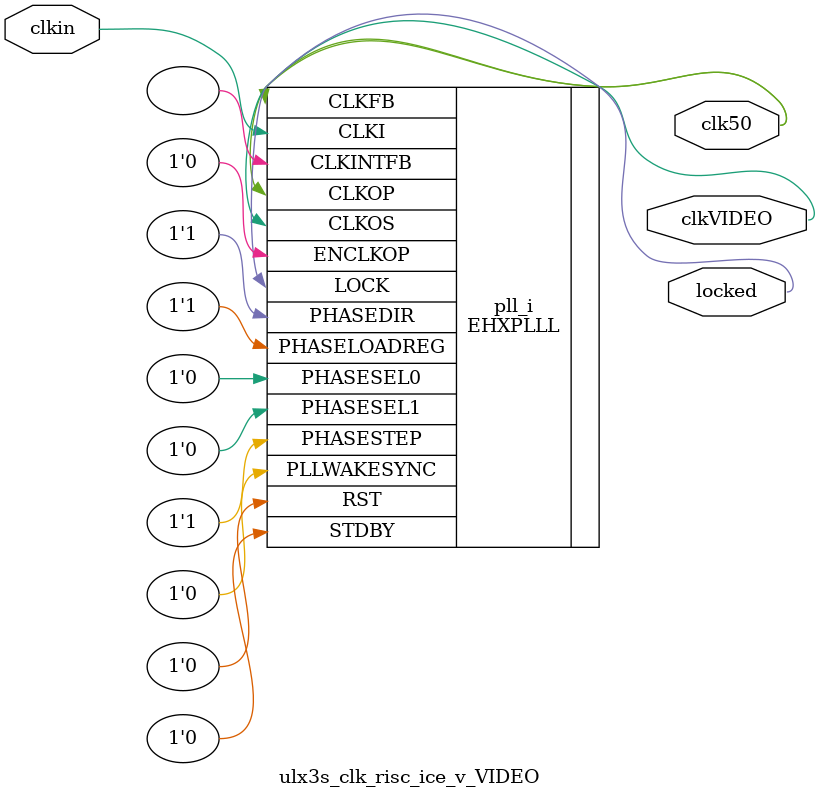
<source format=v>
module ulx3s_clk_risc_ice_v_VIDEO
(
    input clkin,         // 25 MHz, 0 deg
    output  clkVIDEO,    // 25 MHz, 0 deg       // VIDEO
    output  clk50 ,      // 50 MHz, 0 deg       // GPU
    output  locked
);
(* FREQUENCY_PIN_CLKI="25" *)
(* FREQUENCY_PIN_CLKOP="50" *)
(* FREQUENCY_PIN_CLKOS="25" *)
(* FREQUENCY_PIN_CLKOS2="25" *)
(* FREQUENCY_PIN_CLKOS3="25" *)
(* ICP_CURRENT="12" *) (* LPF_RESISTOR="8" *) (* MFG_ENABLE_FILTEROPAMP="1" *) (* MFG_GMCREF_SEL="2" *)
EHXPLLL #(
        .PLLRST_ENA("DISABLED"),
        .INTFB_WAKE("DISABLED"),
        .STDBY_ENABLE("DISABLED"),
        .DPHASE_SOURCE("DISABLED"),
        .OUTDIVIDER_MUXA("DIVA"),
        .OUTDIVIDER_MUXB("DIVB"),
        .OUTDIVIDER_MUXC("DIVC"),
        .OUTDIVIDER_MUXD("DIVD"),
        .CLKI_DIV(1),
        .CLKOP_ENABLE("ENABLED"),
        .CLKOP_DIV(12),
        .CLKOP_CPHASE(5),
        .CLKOP_FPHASE(0),
        .CLKOS_ENABLE("ENABLED"),
        .CLKOS_DIV(24),
        .CLKOS_CPHASE(5),
        .CLKOS_FPHASE(0),
        .FEEDBK_PATH("CLKOP"),
        .CLKFB_DIV(2)
    ) pll_i (
        .RST(1'b0),
        .STDBY(1'b0),
        .CLKI(clkin),
        .CLKOP(clk50),
        .CLKOS(clkVIDEO),
        .CLKFB(clk50),
        .CLKINTFB(),
        .PHASESEL0(1'b0),
        .PHASESEL1(1'b0),
        .PHASEDIR(1'b1),
        .PHASESTEP(1'b1),
        .PHASELOADREG(1'b1),
        .PLLWAKESYNC(1'b0),
        .ENCLKOP(1'b0),
        .LOCK(locked)
	);
endmodule

</source>
